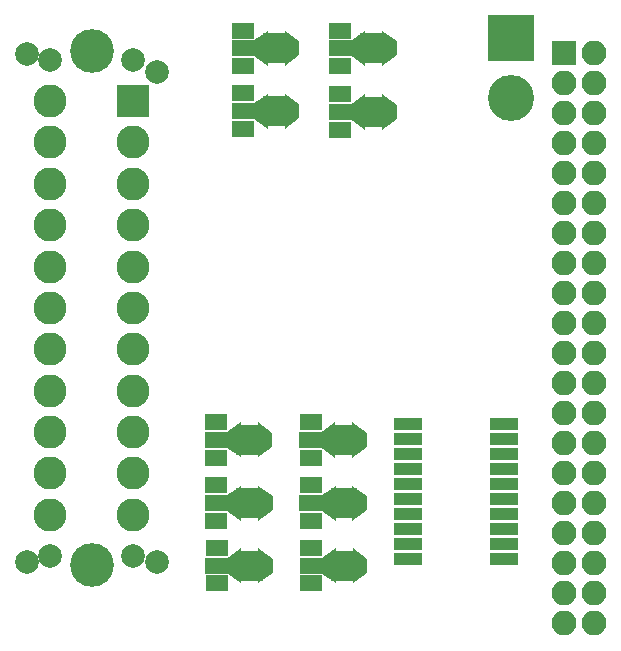
<source format=gts>
G04 #@! TF.GenerationSoftware,KiCad,Pcbnew,(2017-11-06 revision 9df4ae65e)-makepkg*
G04 #@! TF.CreationDate,2019-02-04T19:17:38-08:00*
G04 #@! TF.ProjectId,Behavior rig board,4265686176696F722072696720626F61,rev?*
G04 #@! TF.SameCoordinates,Original*
G04 #@! TF.FileFunction,Soldermask,Top*
G04 #@! TF.FilePolarity,Negative*
%FSLAX46Y46*%
G04 Gerber Fmt 4.6, Leading zero omitted, Abs format (unit mm)*
G04 Created by KiCad (PCBNEW (2017-11-06 revision 9df4ae65e)-makepkg) date 02/04/19 19:17:38*
%MOMM*%
%LPD*%
G01*
G04 APERTURE LIST*
%ADD10R,2.800000X2.800000*%
%ADD11C,2.800000*%
%ADD12C,2.000000*%
%ADD13C,3.700000*%
%ADD14O,2.100000X2.100000*%
%ADD15R,2.100000X2.100000*%
%ADD16R,2.350000X1.000000*%
%ADD17C,1.400000*%
%ADD18C,0.100000*%
%ADD19R,2.240000X2.600000*%
%ADD20R,1.900000X1.400000*%
%ADD21R,2.200000X1.400000*%
%ADD22C,1.250000*%
%ADD23C,3.900120*%
%ADD24R,3.900120X3.900120*%
G04 APERTURE END LIST*
D10*
X163480000Y-57070000D03*
D11*
X163480000Y-60570000D03*
X163480000Y-64070000D03*
X163480000Y-67570000D03*
X163480000Y-71070000D03*
X163480000Y-74570000D03*
X163480000Y-78070000D03*
X163480000Y-81570000D03*
X163480000Y-85070000D03*
X163480000Y-88570000D03*
X163480000Y-92070000D03*
X156480000Y-57070000D03*
X156480000Y-60570000D03*
X156480000Y-64070000D03*
X156480000Y-67570000D03*
X156480000Y-71070000D03*
X156480000Y-74570000D03*
X156480000Y-78070000D03*
X156480000Y-81570000D03*
X156480000Y-85070000D03*
X156480000Y-88570000D03*
X156480000Y-92070000D03*
D12*
X165480000Y-54570000D03*
X154480000Y-53070000D03*
X154480000Y-96070000D03*
X165480000Y-96070000D03*
D13*
X159980000Y-52820000D03*
X159980000Y-96320000D03*
D12*
X163480000Y-53570000D03*
X156480000Y-53570000D03*
X156480000Y-95570000D03*
X163480000Y-95570000D03*
D14*
X202540000Y-101260000D03*
X200000000Y-101260000D03*
X202540000Y-98720000D03*
X200000000Y-98720000D03*
X202540000Y-96180000D03*
X200000000Y-96180000D03*
X202540000Y-93640000D03*
X200000000Y-93640000D03*
X202540000Y-91100000D03*
X200000000Y-91100000D03*
X202540000Y-88560000D03*
X200000000Y-88560000D03*
X202540000Y-86020000D03*
X200000000Y-86020000D03*
X202540000Y-83480000D03*
X200000000Y-83480000D03*
X202540000Y-80940000D03*
X200000000Y-80940000D03*
X202540000Y-78400000D03*
X200000000Y-78400000D03*
X202540000Y-75860000D03*
X200000000Y-75860000D03*
X202540000Y-73320000D03*
X200000000Y-73320000D03*
X202540000Y-70780000D03*
X200000000Y-70780000D03*
X202540000Y-68240000D03*
X200000000Y-68240000D03*
X202540000Y-65700000D03*
X200000000Y-65700000D03*
X202540000Y-63160000D03*
X200000000Y-63160000D03*
X202540000Y-60620000D03*
X200000000Y-60620000D03*
X202540000Y-58080000D03*
X200000000Y-58080000D03*
X202540000Y-55540000D03*
X200000000Y-55540000D03*
X202540000Y-53000000D03*
D15*
X200000000Y-53000000D03*
D16*
X186770000Y-84365000D03*
X186770000Y-85635000D03*
X186770000Y-86905000D03*
X186770000Y-88175000D03*
X186770000Y-89445000D03*
X186770000Y-90715000D03*
X186770000Y-91985000D03*
X186770000Y-93255000D03*
X186770000Y-94525000D03*
X186770000Y-95795000D03*
X194890000Y-95815000D03*
X194890000Y-94545000D03*
X194890000Y-93275000D03*
X194890000Y-92005000D03*
X194890000Y-90735000D03*
X194890000Y-89465000D03*
X194890000Y-88195000D03*
X194890000Y-86925000D03*
X194890000Y-85655000D03*
X194890000Y-84385000D03*
D17*
X179963800Y-96400000D03*
D18*
G36*
X180663800Y-97884131D02*
X179263800Y-96904131D01*
X179263800Y-95895869D01*
X180663800Y-94915869D01*
X180663800Y-97884131D01*
X180663800Y-97884131D01*
G37*
D19*
X181373500Y-96400000D03*
D20*
X178560000Y-97900000D03*
D21*
X178706500Y-96400000D03*
D20*
X178560000Y-94900000D03*
D22*
X182707000Y-96400000D03*
D18*
G36*
X182082000Y-94914016D02*
X183332000Y-95796368D01*
X183332000Y-97003632D01*
X182082000Y-97885984D01*
X182082000Y-94914016D01*
X182082000Y-94914016D01*
G37*
D23*
X195500000Y-56840000D03*
D24*
X195500000Y-51760000D03*
D17*
X171963800Y-96400000D03*
D18*
G36*
X172663800Y-97884131D02*
X171263800Y-96904131D01*
X171263800Y-95895869D01*
X172663800Y-94915869D01*
X172663800Y-97884131D01*
X172663800Y-97884131D01*
G37*
D19*
X173373500Y-96400000D03*
D20*
X170560000Y-97900000D03*
D21*
X170706500Y-96400000D03*
D20*
X170560000Y-94900000D03*
D22*
X174707000Y-96400000D03*
D18*
G36*
X174082000Y-94914016D02*
X175332000Y-95796368D01*
X175332000Y-97003632D01*
X174082000Y-97885984D01*
X174082000Y-94914016D01*
X174082000Y-94914016D01*
G37*
D22*
X182677000Y-91110000D03*
D18*
G36*
X182052000Y-89624016D02*
X183302000Y-90506368D01*
X183302000Y-91713632D01*
X182052000Y-92595984D01*
X182052000Y-89624016D01*
X182052000Y-89624016D01*
G37*
D20*
X178530000Y-89610000D03*
D21*
X178676500Y-91110000D03*
D20*
X178530000Y-92610000D03*
D19*
X181343500Y-91110000D03*
D17*
X179933800Y-91110000D03*
D18*
G36*
X180633800Y-92594131D02*
X179233800Y-91614131D01*
X179233800Y-90605869D01*
X180633800Y-89625869D01*
X180633800Y-92594131D01*
X180633800Y-92594131D01*
G37*
D17*
X171933800Y-91100000D03*
D18*
G36*
X172633800Y-92584131D02*
X171233800Y-91604131D01*
X171233800Y-90595869D01*
X172633800Y-89615869D01*
X172633800Y-92584131D01*
X172633800Y-92584131D01*
G37*
D19*
X173343500Y-91100000D03*
D20*
X170530000Y-92600000D03*
D21*
X170676500Y-91100000D03*
D20*
X170530000Y-89600000D03*
D22*
X174677000Y-91100000D03*
D18*
G36*
X174052000Y-89614016D02*
X175302000Y-90496368D01*
X175302000Y-91703632D01*
X174052000Y-92585984D01*
X174052000Y-89614016D01*
X174052000Y-89614016D01*
G37*
D22*
X182667000Y-85760000D03*
D18*
G36*
X182042000Y-84274016D02*
X183292000Y-85156368D01*
X183292000Y-86363632D01*
X182042000Y-87245984D01*
X182042000Y-84274016D01*
X182042000Y-84274016D01*
G37*
D20*
X178520000Y-84260000D03*
D21*
X178666500Y-85760000D03*
D20*
X178520000Y-87260000D03*
D19*
X181333500Y-85760000D03*
D17*
X179923800Y-85760000D03*
D18*
G36*
X180623800Y-87244131D02*
X179223800Y-86264131D01*
X179223800Y-85255869D01*
X180623800Y-84275869D01*
X180623800Y-87244131D01*
X180623800Y-87244131D01*
G37*
D17*
X171923800Y-85750000D03*
D18*
G36*
X172623800Y-87234131D02*
X171223800Y-86254131D01*
X171223800Y-85245869D01*
X172623800Y-84265869D01*
X172623800Y-87234131D01*
X172623800Y-87234131D01*
G37*
D19*
X173333500Y-85750000D03*
D20*
X170520000Y-87250000D03*
D21*
X170666500Y-85750000D03*
D20*
X170520000Y-84250000D03*
D22*
X174667000Y-85750000D03*
D18*
G36*
X174042000Y-84264016D02*
X175292000Y-85146368D01*
X175292000Y-86353632D01*
X174042000Y-87235984D01*
X174042000Y-84264016D01*
X174042000Y-84264016D01*
G37*
D22*
X185187000Y-57990000D03*
D18*
G36*
X184562000Y-56504016D02*
X185812000Y-57386368D01*
X185812000Y-58593632D01*
X184562000Y-59475984D01*
X184562000Y-56504016D01*
X184562000Y-56504016D01*
G37*
D20*
X181040000Y-56490000D03*
D21*
X181186500Y-57990000D03*
D20*
X181040000Y-59490000D03*
D19*
X183853500Y-57990000D03*
D17*
X182443800Y-57990000D03*
D18*
G36*
X183143800Y-59474131D02*
X181743800Y-58494131D01*
X181743800Y-57485869D01*
X183143800Y-56505869D01*
X183143800Y-59474131D01*
X183143800Y-59474131D01*
G37*
D17*
X174203800Y-57920000D03*
D18*
G36*
X174903800Y-59404131D02*
X173503800Y-58424131D01*
X173503800Y-57415869D01*
X174903800Y-56435869D01*
X174903800Y-59404131D01*
X174903800Y-59404131D01*
G37*
D19*
X175613500Y-57920000D03*
D20*
X172800000Y-59420000D03*
D21*
X172946500Y-57920000D03*
D20*
X172800000Y-56420000D03*
D22*
X176947000Y-57920000D03*
D18*
G36*
X176322000Y-56434016D02*
X177572000Y-57316368D01*
X177572000Y-58523632D01*
X176322000Y-59405984D01*
X176322000Y-56434016D01*
X176322000Y-56434016D01*
G37*
D22*
X185177000Y-52600000D03*
D18*
G36*
X184552000Y-51114016D02*
X185802000Y-51996368D01*
X185802000Y-53203632D01*
X184552000Y-54085984D01*
X184552000Y-51114016D01*
X184552000Y-51114016D01*
G37*
D20*
X181030000Y-51100000D03*
D21*
X181176500Y-52600000D03*
D20*
X181030000Y-54100000D03*
D19*
X183843500Y-52600000D03*
D17*
X182433800Y-52600000D03*
D18*
G36*
X183133800Y-54084131D02*
X181733800Y-53104131D01*
X181733800Y-52095869D01*
X183133800Y-51115869D01*
X183133800Y-54084131D01*
X183133800Y-54084131D01*
G37*
D17*
X174205200Y-52600000D03*
D18*
G36*
X174905200Y-54084131D02*
X173505200Y-53104131D01*
X173505200Y-52095869D01*
X174905200Y-51115869D01*
X174905200Y-54084131D01*
X174905200Y-54084131D01*
G37*
D19*
X175614900Y-52600000D03*
D20*
X172801400Y-54100000D03*
D21*
X172947900Y-52600000D03*
D20*
X172801400Y-51100000D03*
D22*
X176948400Y-52600000D03*
D18*
G36*
X176323400Y-51114016D02*
X177573400Y-51996368D01*
X177573400Y-53203632D01*
X176323400Y-54085984D01*
X176323400Y-51114016D01*
X176323400Y-51114016D01*
G37*
M02*

</source>
